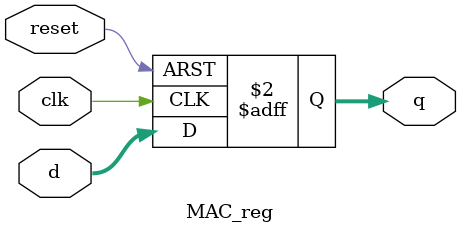
<source format=v>
`timescale 1ns / 1ps

module MAC_reg #(parameter ACC_WIDTH = 16)(
    input clk, reset,
    input [ACC_WIDTH-1:0] d,
    output reg [ACC_WIDTH-1:0] q
    );
    
    always @(posedge clk or posedge reset)  
    begin   
        if(reset)   
            q <= 0;  
        else
            q <= d;  
    end  
endmodule

</source>
